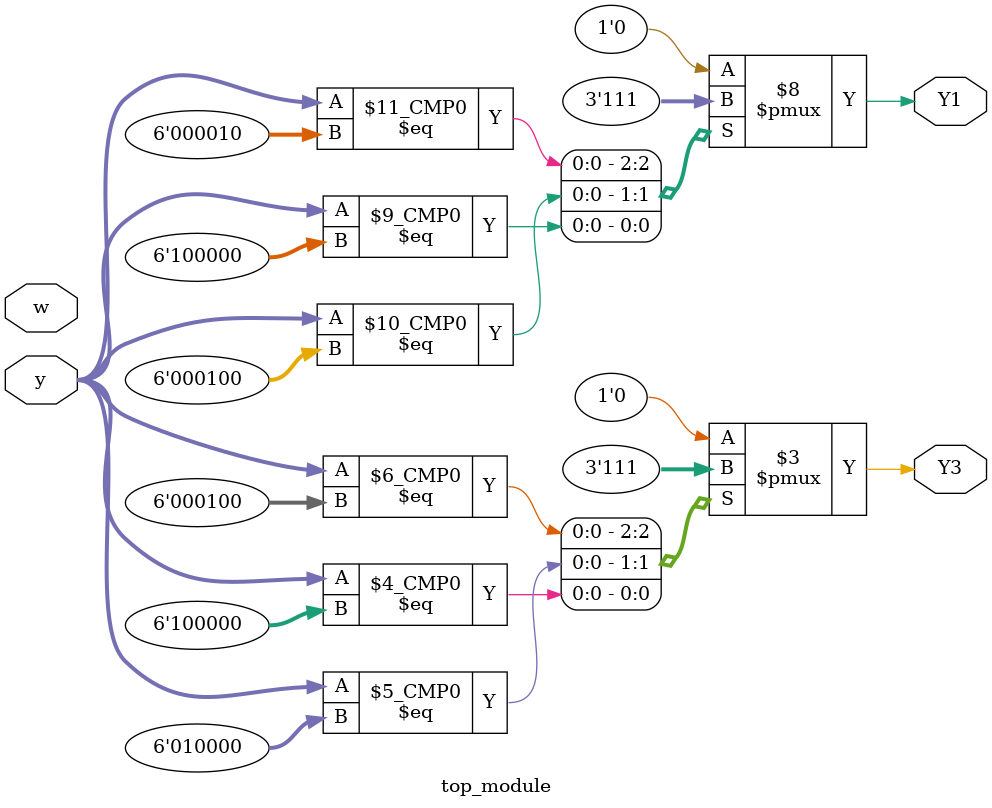
<source format=sv>
module top_module (
    input [5:0] y,
    input w,
    output Y1,
    output Y3
);

reg Y1, Y3;

always @(*) begin
    case(y)
        6'b000001: begin // A
            Y1 = 1'b0;
            Y3 = 1'b0;
        end
        
        6'b000010: begin // B
            Y1 = 1'b1;
            Y3 = 1'b0;
        end
        
        6'b000100: begin // C
            Y1 = 1'b1;
            Y3 = 1'b1;
        end
        
        6'b001000: begin // D
            Y1 = 1'b0;
            Y3 = 1'b0;
        end
        
        6'b010000: begin // E
            Y1 = 1'b0;
            Y3 = 1'b1;
        end
        
        6'b100000: begin // F
            Y1 = 1'b1;
            Y3 = 1'b1;
        end
        
        default: begin
            Y1 = 1'b0;
            Y3 = 1'b0;
        end
    endcase
end

endmodule

</source>
